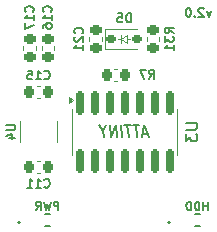
<source format=gbo>
G04 #@! TF.GenerationSoftware,KiCad,Pcbnew,9.0.0*
G04 #@! TF.CreationDate,2025-04-06T21:13:16-04:00*
G04 #@! TF.ProjectId,MiniCamel_riser,4d696e69-4361-46d6-956c-5f7269736572,2.1*
G04 #@! TF.SameCoordinates,PX16e3600PY6052340*
G04 #@! TF.FileFunction,Legend,Bot*
G04 #@! TF.FilePolarity,Positive*
%FSLAX46Y46*%
G04 Gerber Fmt 4.6, Leading zero omitted, Abs format (unit mm)*
G04 Created by KiCad (PCBNEW 9.0.0) date 2025-04-06 21:13:16*
%MOMM*%
%LPD*%
G01*
G04 APERTURE LIST*
G04 Aperture macros list*
%AMRoundRect*
0 Rectangle with rounded corners*
0 $1 Rounding radius*
0 $2 $3 $4 $5 $6 $7 $8 $9 X,Y pos of 4 corners*
0 Add a 4 corners polygon primitive as box body*
4,1,4,$2,$3,$4,$5,$6,$7,$8,$9,$2,$3,0*
0 Add four circle primitives for the rounded corners*
1,1,$1+$1,$2,$3*
1,1,$1+$1,$4,$5*
1,1,$1+$1,$6,$7*
1,1,$1+$1,$8,$9*
0 Add four rect primitives between the rounded corners*
20,1,$1+$1,$2,$3,$4,$5,0*
20,1,$1+$1,$4,$5,$6,$7,0*
20,1,$1+$1,$6,$7,$8,$9,0*
20,1,$1+$1,$8,$9,$2,$3,0*%
G04 Aperture macros list end*
%ADD10C,0.150000*%
%ADD11C,0.140000*%
%ADD12C,0.200000*%
%ADD13C,0.180000*%
%ADD14C,0.120000*%
%ADD15C,0.127000*%
%ADD16C,0.100000*%
%ADD17R,1.700000X1.700000*%
%ADD18O,1.700000X1.700000*%
%ADD19RoundRect,0.225000X-0.225000X-0.250000X0.225000X-0.250000X0.225000X0.250000X-0.225000X0.250000X0*%
%ADD20RoundRect,0.225000X-0.250000X0.225000X-0.250000X-0.225000X0.250000X-0.225000X0.250000X0.225000X0*%
%ADD21R,1.500000X1.000000*%
%ADD22R,0.600000X1.200000*%
%ADD23RoundRect,0.225000X0.250000X-0.225000X0.250000X0.225000X-0.250000X0.225000X-0.250000X-0.225000X0*%
%ADD24RoundRect,0.225000X0.225000X0.250000X-0.225000X0.250000X-0.225000X-0.250000X0.225000X-0.250000X0*%
%ADD25RoundRect,0.175000X-0.275000X-0.175000X0.275000X-0.175000X0.275000X0.175000X-0.275000X0.175000X0*%
%ADD26RoundRect,0.150000X-0.150000X0.825000X-0.150000X-0.825000X0.150000X-0.825000X0.150000X0.825000X0*%
G04 APERTURE END LIST*
D10*
X57992744Y12139586D02*
X57814172Y11639586D01*
X57814172Y11639586D02*
X57635601Y12139586D01*
X57385600Y12318158D02*
X57349886Y12353872D01*
X57349886Y12353872D02*
X57278458Y12389586D01*
X57278458Y12389586D02*
X57099886Y12389586D01*
X57099886Y12389586D02*
X57028458Y12353872D01*
X57028458Y12353872D02*
X56992743Y12318158D01*
X56992743Y12318158D02*
X56957029Y12246729D01*
X56957029Y12246729D02*
X56957029Y12175300D01*
X56957029Y12175300D02*
X56992743Y12068158D01*
X56992743Y12068158D02*
X57421315Y11639586D01*
X57421315Y11639586D02*
X56957029Y11639586D01*
X56635600Y11711015D02*
X56599886Y11675300D01*
X56599886Y11675300D02*
X56635600Y11639586D01*
X56635600Y11639586D02*
X56671314Y11675300D01*
X56671314Y11675300D02*
X56635600Y11711015D01*
X56635600Y11711015D02*
X56635600Y11639586D01*
X56135600Y12389586D02*
X56064171Y12389586D01*
X56064171Y12389586D02*
X55992743Y12353872D01*
X55992743Y12353872D02*
X55957029Y12318158D01*
X55957029Y12318158D02*
X55921314Y12246729D01*
X55921314Y12246729D02*
X55885600Y12103872D01*
X55885600Y12103872D02*
X55885600Y11925300D01*
X55885600Y11925300D02*
X55921314Y11782443D01*
X55921314Y11782443D02*
X55957029Y11711015D01*
X55957029Y11711015D02*
X55992743Y11675300D01*
X55992743Y11675300D02*
X56064171Y11639586D01*
X56064171Y11639586D02*
X56135600Y11639586D01*
X56135600Y11639586D02*
X56207029Y11675300D01*
X56207029Y11675300D02*
X56242743Y11711015D01*
X56242743Y11711015D02*
X56278457Y11782443D01*
X56278457Y11782443D02*
X56314171Y11925300D01*
X56314171Y11925300D02*
X56314171Y12103872D01*
X56314171Y12103872D02*
X56278457Y12246729D01*
X56278457Y12246729D02*
X56242743Y12318158D01*
X56242743Y12318158D02*
X56207029Y12353872D01*
X56207029Y12353872D02*
X56135600Y12389586D01*
X43902143Y6412265D02*
X43937857Y6376550D01*
X43937857Y6376550D02*
X44045000Y6340836D01*
X44045000Y6340836D02*
X44116428Y6340836D01*
X44116428Y6340836D02*
X44223571Y6376550D01*
X44223571Y6376550D02*
X44295000Y6447979D01*
X44295000Y6447979D02*
X44330714Y6519408D01*
X44330714Y6519408D02*
X44366428Y6662265D01*
X44366428Y6662265D02*
X44366428Y6769408D01*
X44366428Y6769408D02*
X44330714Y6912265D01*
X44330714Y6912265D02*
X44295000Y6983693D01*
X44295000Y6983693D02*
X44223571Y7055122D01*
X44223571Y7055122D02*
X44116428Y7090836D01*
X44116428Y7090836D02*
X44045000Y7090836D01*
X44045000Y7090836D02*
X43937857Y7055122D01*
X43937857Y7055122D02*
X43902143Y7019408D01*
X43187857Y6340836D02*
X43616428Y6340836D01*
X43402143Y6340836D02*
X43402143Y7090836D01*
X43402143Y7090836D02*
X43473571Y6983693D01*
X43473571Y6983693D02*
X43545000Y6912265D01*
X43545000Y6912265D02*
X43616428Y6876550D01*
X42509285Y7090836D02*
X42866428Y7090836D01*
X42866428Y7090836D02*
X42902142Y6733693D01*
X42902142Y6733693D02*
X42866428Y6769408D01*
X42866428Y6769408D02*
X42795000Y6805122D01*
X42795000Y6805122D02*
X42616428Y6805122D01*
X42616428Y6805122D02*
X42545000Y6769408D01*
X42545000Y6769408D02*
X42509285Y6733693D01*
X42509285Y6733693D02*
X42473571Y6662265D01*
X42473571Y6662265D02*
X42473571Y6483693D01*
X42473571Y6483693D02*
X42509285Y6412265D01*
X42509285Y6412265D02*
X42545000Y6376550D01*
X42545000Y6376550D02*
X42616428Y6340836D01*
X42616428Y6340836D02*
X42795000Y6340836D01*
X42795000Y6340836D02*
X42866428Y6376550D01*
X42866428Y6376550D02*
X42902142Y6412265D01*
X43892143Y-2747735D02*
X43927857Y-2783450D01*
X43927857Y-2783450D02*
X44035000Y-2819164D01*
X44035000Y-2819164D02*
X44106428Y-2819164D01*
X44106428Y-2819164D02*
X44213571Y-2783450D01*
X44213571Y-2783450D02*
X44285000Y-2712021D01*
X44285000Y-2712021D02*
X44320714Y-2640592D01*
X44320714Y-2640592D02*
X44356428Y-2497735D01*
X44356428Y-2497735D02*
X44356428Y-2390592D01*
X44356428Y-2390592D02*
X44320714Y-2247735D01*
X44320714Y-2247735D02*
X44285000Y-2176307D01*
X44285000Y-2176307D02*
X44213571Y-2104878D01*
X44213571Y-2104878D02*
X44106428Y-2069164D01*
X44106428Y-2069164D02*
X44035000Y-2069164D01*
X44035000Y-2069164D02*
X43927857Y-2104878D01*
X43927857Y-2104878D02*
X43892143Y-2140592D01*
X43177857Y-2819164D02*
X43606428Y-2819164D01*
X43392143Y-2819164D02*
X43392143Y-2069164D01*
X43392143Y-2069164D02*
X43463571Y-2176307D01*
X43463571Y-2176307D02*
X43535000Y-2247735D01*
X43535000Y-2247735D02*
X43606428Y-2283450D01*
X42463571Y-2819164D02*
X42892142Y-2819164D01*
X42677857Y-2819164D02*
X42677857Y-2069164D01*
X42677857Y-2069164D02*
X42749285Y-2176307D01*
X42749285Y-2176307D02*
X42820714Y-2247735D01*
X42820714Y-2247735D02*
X42892142Y-2283450D01*
X47104779Y10252144D02*
X47140494Y10287858D01*
X47140494Y10287858D02*
X47176208Y10395001D01*
X47176208Y10395001D02*
X47176208Y10466429D01*
X47176208Y10466429D02*
X47140494Y10573572D01*
X47140494Y10573572D02*
X47069065Y10645001D01*
X47069065Y10645001D02*
X46997636Y10680715D01*
X46997636Y10680715D02*
X46854779Y10716429D01*
X46854779Y10716429D02*
X46747636Y10716429D01*
X46747636Y10716429D02*
X46604779Y10680715D01*
X46604779Y10680715D02*
X46533351Y10645001D01*
X46533351Y10645001D02*
X46461922Y10573572D01*
X46461922Y10573572D02*
X46426208Y10466429D01*
X46426208Y10466429D02*
X46426208Y10395001D01*
X46426208Y10395001D02*
X46461922Y10287858D01*
X46461922Y10287858D02*
X46497636Y10252144D01*
X46497636Y9966429D02*
X46461922Y9930715D01*
X46461922Y9930715D02*
X46426208Y9859286D01*
X46426208Y9859286D02*
X46426208Y9680715D01*
X46426208Y9680715D02*
X46461922Y9609286D01*
X46461922Y9609286D02*
X46497636Y9573572D01*
X46497636Y9573572D02*
X46569065Y9537858D01*
X46569065Y9537858D02*
X46640494Y9537858D01*
X46640494Y9537858D02*
X46747636Y9573572D01*
X46747636Y9573572D02*
X47176208Y10002144D01*
X47176208Y10002144D02*
X47176208Y9537858D01*
X47176208Y8823572D02*
X47176208Y9252143D01*
X47176208Y9037858D02*
X46426208Y9037858D01*
X46426208Y9037858D02*
X46533351Y9109286D01*
X46533351Y9109286D02*
X46604779Y9180715D01*
X46604779Y9180715D02*
X46640494Y9252143D01*
D11*
X45103333Y-4706553D02*
X45103333Y-4006553D01*
X45103333Y-4006553D02*
X44836666Y-4006553D01*
X44836666Y-4006553D02*
X44770000Y-4039886D01*
X44770000Y-4039886D02*
X44736666Y-4073220D01*
X44736666Y-4073220D02*
X44703333Y-4139886D01*
X44703333Y-4139886D02*
X44703333Y-4239886D01*
X44703333Y-4239886D02*
X44736666Y-4306553D01*
X44736666Y-4306553D02*
X44770000Y-4339886D01*
X44770000Y-4339886D02*
X44836666Y-4373220D01*
X44836666Y-4373220D02*
X45103333Y-4373220D01*
X44470000Y-4006553D02*
X44303333Y-4706553D01*
X44303333Y-4706553D02*
X44170000Y-4206553D01*
X44170000Y-4206553D02*
X44036666Y-4706553D01*
X44036666Y-4706553D02*
X43870000Y-4006553D01*
X43203333Y-4706553D02*
X43436666Y-4373220D01*
X43603333Y-4706553D02*
X43603333Y-4006553D01*
X43603333Y-4006553D02*
X43336666Y-4006553D01*
X43336666Y-4006553D02*
X43270000Y-4039886D01*
X43270000Y-4039886D02*
X43236666Y-4073220D01*
X43236666Y-4073220D02*
X43203333Y-4139886D01*
X43203333Y-4139886D02*
X43203333Y-4239886D01*
X43203333Y-4239886D02*
X43236666Y-4306553D01*
X43236666Y-4306553D02*
X43270000Y-4339886D01*
X43270000Y-4339886D02*
X43336666Y-4373220D01*
X43336666Y-4373220D02*
X43603333Y-4373220D01*
D10*
X40699164Y2486429D02*
X41306307Y2486429D01*
X41306307Y2486429D02*
X41377735Y2450715D01*
X41377735Y2450715D02*
X41413450Y2415000D01*
X41413450Y2415000D02*
X41449164Y2343572D01*
X41449164Y2343572D02*
X41449164Y2200715D01*
X41449164Y2200715D02*
X41413450Y2129286D01*
X41413450Y2129286D02*
X41377735Y2093572D01*
X41377735Y2093572D02*
X41306307Y2057858D01*
X41306307Y2057858D02*
X40699164Y2057858D01*
X40949164Y1379286D02*
X41449164Y1379286D01*
X40663450Y1557858D02*
X41199164Y1736429D01*
X41199164Y1736429D02*
X41199164Y1272144D01*
D11*
X57769999Y-4706553D02*
X57769999Y-4006553D01*
X57769999Y-4339886D02*
X57369999Y-4339886D01*
X57369999Y-4706553D02*
X57369999Y-4006553D01*
X57036666Y-4706553D02*
X57036666Y-4006553D01*
X57036666Y-4006553D02*
X56869999Y-4006553D01*
X56869999Y-4006553D02*
X56769999Y-4039886D01*
X56769999Y-4039886D02*
X56703333Y-4106553D01*
X56703333Y-4106553D02*
X56669999Y-4173220D01*
X56669999Y-4173220D02*
X56636666Y-4306553D01*
X56636666Y-4306553D02*
X56636666Y-4406553D01*
X56636666Y-4406553D02*
X56669999Y-4539886D01*
X56669999Y-4539886D02*
X56703333Y-4606553D01*
X56703333Y-4606553D02*
X56769999Y-4673220D01*
X56769999Y-4673220D02*
X56869999Y-4706553D01*
X56869999Y-4706553D02*
X57036666Y-4706553D01*
X56336666Y-4706553D02*
X56336666Y-4006553D01*
X56336666Y-4006553D02*
X56169999Y-4006553D01*
X56169999Y-4006553D02*
X56069999Y-4039886D01*
X56069999Y-4039886D02*
X56003333Y-4106553D01*
X56003333Y-4106553D02*
X55969999Y-4173220D01*
X55969999Y-4173220D02*
X55936666Y-4306553D01*
X55936666Y-4306553D02*
X55936666Y-4406553D01*
X55936666Y-4406553D02*
X55969999Y-4539886D01*
X55969999Y-4539886D02*
X56003333Y-4606553D01*
X56003333Y-4606553D02*
X56069999Y-4673220D01*
X56069999Y-4673220D02*
X56169999Y-4706553D01*
X56169999Y-4706553D02*
X56336666Y-4706553D01*
D10*
X44447735Y12085114D02*
X44483450Y12120828D01*
X44483450Y12120828D02*
X44519164Y12227971D01*
X44519164Y12227971D02*
X44519164Y12299399D01*
X44519164Y12299399D02*
X44483450Y12406542D01*
X44483450Y12406542D02*
X44412021Y12477971D01*
X44412021Y12477971D02*
X44340592Y12513685D01*
X44340592Y12513685D02*
X44197735Y12549399D01*
X44197735Y12549399D02*
X44090592Y12549399D01*
X44090592Y12549399D02*
X43947735Y12513685D01*
X43947735Y12513685D02*
X43876307Y12477971D01*
X43876307Y12477971D02*
X43804878Y12406542D01*
X43804878Y12406542D02*
X43769164Y12299399D01*
X43769164Y12299399D02*
X43769164Y12227971D01*
X43769164Y12227971D02*
X43804878Y12120828D01*
X43804878Y12120828D02*
X43840592Y12085114D01*
X44519164Y11370828D02*
X44519164Y11799399D01*
X44519164Y11585114D02*
X43769164Y11585114D01*
X43769164Y11585114D02*
X43876307Y11656542D01*
X43876307Y11656542D02*
X43947735Y11727971D01*
X43947735Y11727971D02*
X43983450Y11799399D01*
X43769164Y10727970D02*
X43769164Y10870828D01*
X43769164Y10870828D02*
X43804878Y10942256D01*
X43804878Y10942256D02*
X43840592Y10977970D01*
X43840592Y10977970D02*
X43947735Y11049399D01*
X43947735Y11049399D02*
X44090592Y11085113D01*
X44090592Y11085113D02*
X44376307Y11085113D01*
X44376307Y11085113D02*
X44447735Y11049399D01*
X44447735Y11049399D02*
X44483450Y11013685D01*
X44483450Y11013685D02*
X44519164Y10942256D01*
X44519164Y10942256D02*
X44519164Y10799399D01*
X44519164Y10799399D02*
X44483450Y10727970D01*
X44483450Y10727970D02*
X44447735Y10692256D01*
X44447735Y10692256D02*
X44376307Y10656542D01*
X44376307Y10656542D02*
X44197735Y10656542D01*
X44197735Y10656542D02*
X44126307Y10692256D01*
X44126307Y10692256D02*
X44090592Y10727970D01*
X44090592Y10727970D02*
X44054878Y10799399D01*
X44054878Y10799399D02*
X44054878Y10942256D01*
X44054878Y10942256D02*
X44090592Y11013685D01*
X44090592Y11013685D02*
X44126307Y11049399D01*
X44126307Y11049399D02*
X44197735Y11085113D01*
X52770000Y6420836D02*
X53020000Y6777979D01*
X53198571Y6420836D02*
X53198571Y7170836D01*
X53198571Y7170836D02*
X52912857Y7170836D01*
X52912857Y7170836D02*
X52841428Y7135122D01*
X52841428Y7135122D02*
X52805714Y7099408D01*
X52805714Y7099408D02*
X52770000Y7027979D01*
X52770000Y7027979D02*
X52770000Y6920836D01*
X52770000Y6920836D02*
X52805714Y6849408D01*
X52805714Y6849408D02*
X52841428Y6813693D01*
X52841428Y6813693D02*
X52912857Y6777979D01*
X52912857Y6777979D02*
X53198571Y6777979D01*
X52520000Y7170836D02*
X52020000Y7170836D01*
X52020000Y7170836D02*
X52341428Y6420836D01*
X42917735Y12085114D02*
X42953450Y12120828D01*
X42953450Y12120828D02*
X42989164Y12227971D01*
X42989164Y12227971D02*
X42989164Y12299399D01*
X42989164Y12299399D02*
X42953450Y12406542D01*
X42953450Y12406542D02*
X42882021Y12477971D01*
X42882021Y12477971D02*
X42810592Y12513685D01*
X42810592Y12513685D02*
X42667735Y12549399D01*
X42667735Y12549399D02*
X42560592Y12549399D01*
X42560592Y12549399D02*
X42417735Y12513685D01*
X42417735Y12513685D02*
X42346307Y12477971D01*
X42346307Y12477971D02*
X42274878Y12406542D01*
X42274878Y12406542D02*
X42239164Y12299399D01*
X42239164Y12299399D02*
X42239164Y12227971D01*
X42239164Y12227971D02*
X42274878Y12120828D01*
X42274878Y12120828D02*
X42310592Y12085114D01*
X42989164Y11370828D02*
X42989164Y11799399D01*
X42989164Y11585114D02*
X42239164Y11585114D01*
X42239164Y11585114D02*
X42346307Y11656542D01*
X42346307Y11656542D02*
X42417735Y11727971D01*
X42417735Y11727971D02*
X42453450Y11799399D01*
X42239164Y11120828D02*
X42239164Y10620828D01*
X42239164Y10620828D02*
X42989164Y10942256D01*
X54842120Y10252144D02*
X54484977Y10502144D01*
X54842120Y10680715D02*
X54092120Y10680715D01*
X54092120Y10680715D02*
X54092120Y10395001D01*
X54092120Y10395001D02*
X54127834Y10323572D01*
X54127834Y10323572D02*
X54163548Y10287858D01*
X54163548Y10287858D02*
X54234977Y10252144D01*
X54234977Y10252144D02*
X54342120Y10252144D01*
X54342120Y10252144D02*
X54413548Y10287858D01*
X54413548Y10287858D02*
X54449263Y10323572D01*
X54449263Y10323572D02*
X54484977Y10395001D01*
X54484977Y10395001D02*
X54484977Y10680715D01*
X54092120Y10002144D02*
X54092120Y9537858D01*
X54092120Y9537858D02*
X54377834Y9787858D01*
X54377834Y9787858D02*
X54377834Y9680715D01*
X54377834Y9680715D02*
X54413548Y9609286D01*
X54413548Y9609286D02*
X54449263Y9573572D01*
X54449263Y9573572D02*
X54520691Y9537858D01*
X54520691Y9537858D02*
X54699263Y9537858D01*
X54699263Y9537858D02*
X54770691Y9573572D01*
X54770691Y9573572D02*
X54806406Y9609286D01*
X54806406Y9609286D02*
X54842120Y9680715D01*
X54842120Y9680715D02*
X54842120Y9895001D01*
X54842120Y9895001D02*
X54806406Y9966429D01*
X54806406Y9966429D02*
X54770691Y10002144D01*
X54842120Y8823572D02*
X54842120Y9252143D01*
X54842120Y9037858D02*
X54092120Y9037858D01*
X54092120Y9037858D02*
X54199263Y9109286D01*
X54199263Y9109286D02*
X54270691Y9180715D01*
X54270691Y9180715D02*
X54306406Y9252143D01*
X51223571Y11180836D02*
X51223571Y11930836D01*
X51223571Y11930836D02*
X51045000Y11930836D01*
X51045000Y11930836D02*
X50937857Y11895122D01*
X50937857Y11895122D02*
X50866428Y11823693D01*
X50866428Y11823693D02*
X50830714Y11752265D01*
X50830714Y11752265D02*
X50795000Y11609408D01*
X50795000Y11609408D02*
X50795000Y11502265D01*
X50795000Y11502265D02*
X50830714Y11359408D01*
X50830714Y11359408D02*
X50866428Y11287979D01*
X50866428Y11287979D02*
X50937857Y11216550D01*
X50937857Y11216550D02*
X51045000Y11180836D01*
X51045000Y11180836D02*
X51223571Y11180836D01*
X50116428Y11930836D02*
X50473571Y11930836D01*
X50473571Y11930836D02*
X50509285Y11573693D01*
X50509285Y11573693D02*
X50473571Y11609408D01*
X50473571Y11609408D02*
X50402143Y11645122D01*
X50402143Y11645122D02*
X50223571Y11645122D01*
X50223571Y11645122D02*
X50152143Y11609408D01*
X50152143Y11609408D02*
X50116428Y11573693D01*
X50116428Y11573693D02*
X50080714Y11502265D01*
X50080714Y11502265D02*
X50080714Y11323693D01*
X50080714Y11323693D02*
X50116428Y11252265D01*
X50116428Y11252265D02*
X50152143Y11216550D01*
X50152143Y11216550D02*
X50223571Y11180836D01*
X50223571Y11180836D02*
X50402143Y11180836D01*
X50402143Y11180836D02*
X50473571Y11216550D01*
X50473571Y11216550D02*
X50509285Y11252265D01*
D12*
X55872219Y2676905D02*
X56681742Y2676905D01*
X56681742Y2676905D02*
X56776980Y2629286D01*
X56776980Y2629286D02*
X56824600Y2581667D01*
X56824600Y2581667D02*
X56872219Y2486429D01*
X56872219Y2486429D02*
X56872219Y2295953D01*
X56872219Y2295953D02*
X56824600Y2200715D01*
X56824600Y2200715D02*
X56776980Y2153096D01*
X56776980Y2153096D02*
X56681742Y2105477D01*
X56681742Y2105477D02*
X55872219Y2105477D01*
X55872219Y1724524D02*
X55872219Y1105477D01*
X55872219Y1105477D02*
X56253171Y1438810D01*
X56253171Y1438810D02*
X56253171Y1295953D01*
X56253171Y1295953D02*
X56300790Y1200715D01*
X56300790Y1200715D02*
X56348409Y1153096D01*
X56348409Y1153096D02*
X56443647Y1105477D01*
X56443647Y1105477D02*
X56681742Y1105477D01*
X56681742Y1105477D02*
X56776980Y1153096D01*
X56776980Y1153096D02*
X56824600Y1200715D01*
X56824600Y1200715D02*
X56872219Y1295953D01*
X56872219Y1295953D02*
X56872219Y1581667D01*
X56872219Y1581667D02*
X56824600Y1676905D01*
X56824600Y1676905D02*
X56776980Y1724524D01*
D13*
X52661666Y1747456D02*
X52233095Y1747456D01*
X52783095Y1461741D02*
X52358095Y2461741D01*
X52358095Y2461741D02*
X52183095Y1461741D01*
X51886666Y2461741D02*
X51372380Y2461741D01*
X51754523Y1461741D02*
X51629523Y2461741D01*
X51200952Y2461741D02*
X50686666Y2461741D01*
X51068809Y1461741D02*
X50943809Y2461741D01*
X50511666Y1461741D02*
X50386666Y2461741D01*
X50083095Y1461741D02*
X49958095Y2461741D01*
X49958095Y2461741D02*
X49568809Y1461741D01*
X49568809Y1461741D02*
X49443809Y2461741D01*
X48909286Y1937932D02*
X48968810Y1461741D01*
X49143810Y2461741D02*
X48909286Y1937932D01*
X48909286Y1937932D02*
X48543810Y2461741D01*
D14*
X43279420Y5790000D02*
X43560580Y5790000D01*
X43279420Y4770000D02*
X43560580Y4770000D01*
X43269420Y-570000D02*
X43550580Y-570000D01*
X43269420Y-1590000D02*
X43550580Y-1590000D01*
X47727044Y9910580D02*
X47727044Y9629420D01*
X48747044Y9910580D02*
X48747044Y9629420D01*
D15*
X44355000Y-5040000D02*
X43985000Y-5040000D01*
X43985000Y-6040000D02*
X44355000Y-6040000D01*
D12*
X41860000Y-5790000D02*
G75*
G02*
X41660000Y-5790000I-100000J0D01*
G01*
X41660000Y-5790000D02*
G75*
G02*
X41860000Y-5790000I100000J0D01*
G01*
D14*
X41860000Y1015000D02*
X41860000Y2815000D01*
X44960000Y1015000D02*
X44960000Y2815000D01*
D15*
X57055000Y-5040000D02*
X56685000Y-5040000D01*
X56685000Y-6040000D02*
X57055000Y-6040000D01*
D12*
X54560000Y-5790000D02*
G75*
G02*
X54360000Y-5790000I-100000J0D01*
G01*
X54360000Y-5790000D02*
G75*
G02*
X54560000Y-5790000I100000J0D01*
G01*
D14*
X43670000Y8874420D02*
X43670000Y9155580D01*
X44690000Y8874420D02*
X44690000Y9155580D01*
X50085580Y7270000D02*
X49804420Y7270000D01*
X50085580Y6250000D02*
X49804420Y6250000D01*
X42140000Y9155580D02*
X42140000Y8874420D01*
X43160000Y9155580D02*
X43160000Y8874420D01*
X52592956Y9629420D02*
X52592956Y9910580D01*
X53612956Y9629420D02*
X53612956Y9910580D01*
X49060000Y10620000D02*
X51720000Y10620000D01*
X49060000Y8920000D02*
X49060000Y10620000D01*
X49060000Y8920000D02*
X51720000Y8920000D01*
D16*
X50370000Y9770000D02*
X50170000Y9770000D01*
X50370000Y9770000D02*
X50870000Y9420000D01*
X50370000Y9420000D02*
X50370000Y10120000D01*
X50870000Y10120000D02*
X50370000Y9770000D01*
X50870000Y9770000D02*
X51120000Y9770000D01*
X50870000Y9420000D02*
X50870000Y10120000D01*
D14*
X46285000Y1915000D02*
X46285000Y3865000D01*
X46285000Y1915000D02*
X46285000Y-35000D01*
X55155000Y1915000D02*
X55155000Y3865000D01*
X55155000Y1915000D02*
X55155000Y-35000D01*
X46350000Y4615000D02*
X46020000Y4375000D01*
X46020000Y4855000D01*
X46350000Y4615000D01*
G36*
X46350000Y4615000D02*
G01*
X46020000Y4375000D01*
X46020000Y4855000D01*
X46350000Y4615000D01*
G37*
%LPC*%
D17*
X38790000Y12360000D03*
D18*
X38790000Y9820000D03*
X38790000Y7280000D03*
X38790000Y4740000D03*
X38790000Y2200000D03*
X38790000Y-340000D03*
X38790000Y-2880000D03*
X38790000Y-5420000D03*
D17*
X62250000Y12360000D03*
D18*
X62250000Y9820000D03*
X62250000Y7280000D03*
X62250000Y4740000D03*
X62250000Y2200000D03*
X62250000Y-340000D03*
X62250000Y-2880000D03*
X62250000Y-5420000D03*
D19*
X42645000Y5280000D03*
X44195000Y5280000D03*
X42635000Y-1080000D03*
X44185000Y-1080000D03*
D20*
X48237044Y10545000D03*
X48237044Y8995000D03*
D21*
X42920000Y-5790000D03*
X45420000Y-5790000D03*
D22*
X44360000Y815000D03*
X43410000Y815000D03*
X42460000Y815000D03*
X42460000Y3015000D03*
X44360000Y3015000D03*
D21*
X55620000Y-5790000D03*
X58120000Y-5790000D03*
D23*
X44180000Y8240000D03*
X44180000Y9790000D03*
D24*
X50720000Y6760000D03*
X49170000Y6760000D03*
D20*
X42650000Y9790000D03*
X42650000Y8240000D03*
D23*
X53102956Y8995000D03*
X53102956Y10545000D03*
D25*
X49570000Y9770000D03*
X51770000Y9770000D03*
D26*
X46910000Y4390000D03*
X48180000Y4390000D03*
X49450000Y4390000D03*
X50720000Y4390000D03*
X51990000Y4390000D03*
X53260000Y4390000D03*
X54530000Y4390000D03*
X54530000Y-560000D03*
X53260000Y-560000D03*
X51990000Y-560000D03*
X50720000Y-560000D03*
X49450000Y-560000D03*
X48180000Y-560000D03*
X46910000Y-560000D03*
%LPD*%
M02*

</source>
